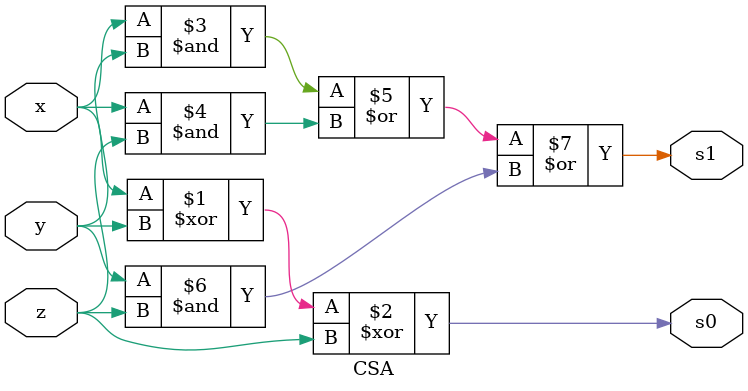
<source format=v>
module CSA(input x, input y, input z, output s0, output s1);
	assign s0 = x ^ y ^ z;
	assign s1 = (x & y) | (x & z) | (y & z);

endmodule

</source>
